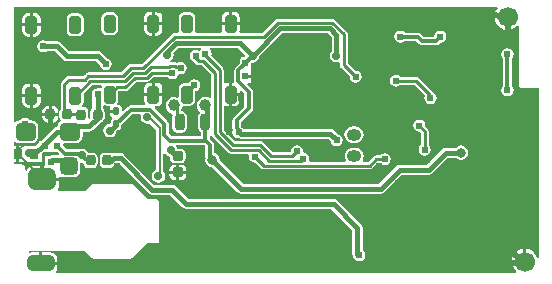
<source format=gbl>
G04 Layer_Physical_Order=2*
G04 Layer_Color=16711680*
%FSLAX25Y25*%
%MOIN*%
G70*
G01*
G75*
%ADD10C,0.01969*%
G04:AMPARAMS|DCode=11|XSize=35.43mil|YSize=31.5mil|CornerRadius=7.87mil|HoleSize=0mil|Usage=FLASHONLY|Rotation=180.000|XOffset=0mil|YOffset=0mil|HoleType=Round|Shape=RoundedRectangle|*
%AMROUNDEDRECTD11*
21,1,0.03543,0.01575,0,0,180.0*
21,1,0.01969,0.03150,0,0,180.0*
1,1,0.01575,-0.00984,0.00787*
1,1,0.01575,0.00984,0.00787*
1,1,0.01575,0.00984,-0.00787*
1,1,0.01575,-0.00984,-0.00787*
%
%ADD11ROUNDEDRECTD11*%
G04:AMPARAMS|DCode=12|XSize=19.69mil|YSize=23.62mil|CornerRadius=4.92mil|HoleSize=0mil|Usage=FLASHONLY|Rotation=180.000|XOffset=0mil|YOffset=0mil|HoleType=Round|Shape=RoundedRectangle|*
%AMROUNDEDRECTD12*
21,1,0.01969,0.01378,0,0,180.0*
21,1,0.00984,0.02362,0,0,180.0*
1,1,0.00984,-0.00492,0.00689*
1,1,0.00984,0.00492,0.00689*
1,1,0.00984,0.00492,-0.00689*
1,1,0.00984,-0.00492,-0.00689*
%
%ADD12ROUNDEDRECTD12*%
G04:AMPARAMS|DCode=15|XSize=35.43mil|YSize=31.5mil|CornerRadius=7.87mil|HoleSize=0mil|Usage=FLASHONLY|Rotation=90.000|XOffset=0mil|YOffset=0mil|HoleType=Round|Shape=RoundedRectangle|*
%AMROUNDEDRECTD15*
21,1,0.03543,0.01575,0,0,90.0*
21,1,0.01969,0.03150,0,0,90.0*
1,1,0.01575,0.00787,0.00984*
1,1,0.01575,0.00787,-0.00984*
1,1,0.01575,-0.00787,-0.00984*
1,1,0.01575,-0.00787,0.00984*
%
%ADD15ROUNDEDRECTD15*%
%ADD18R,0.03150X0.03543*%
%ADD47R,0.01969X0.02362*%
%ADD49C,0.00984*%
%ADD50C,0.00787*%
%ADD51C,0.01181*%
%ADD52C,0.01575*%
%ADD53C,0.01772*%
G04:AMPARAMS|DCode=58|XSize=90.55mil|YSize=70.87mil|CornerRadius=17.72mil|HoleSize=0mil|Usage=FLASHONLY|Rotation=180.000|XOffset=0mil|YOffset=0mil|HoleType=Round|Shape=RoundedRectangle|*
%AMROUNDEDRECTD58*
21,1,0.09055,0.03543,0,0,180.0*
21,1,0.05512,0.07087,0,0,180.0*
1,1,0.03543,-0.02756,0.01772*
1,1,0.03543,0.02756,0.01772*
1,1,0.03543,0.02756,-0.01772*
1,1,0.03543,-0.02756,-0.01772*
%
%ADD58ROUNDEDRECTD58*%
G04:AMPARAMS|DCode=59|XSize=90.55mil|YSize=51.18mil|CornerRadius=12.8mil|HoleSize=0mil|Usage=FLASHONLY|Rotation=180.000|XOffset=0mil|YOffset=0mil|HoleType=Round|Shape=RoundedRectangle|*
%AMROUNDEDRECTD59*
21,1,0.09055,0.02559,0,0,180.0*
21,1,0.06496,0.05118,0,0,180.0*
1,1,0.02559,-0.03248,0.01280*
1,1,0.02559,0.03248,0.01280*
1,1,0.02559,0.03248,-0.01280*
1,1,0.02559,-0.03248,-0.01280*
%
%ADD59ROUNDEDRECTD59*%
%ADD60C,0.03937*%
G04:AMPARAMS|DCode=61|XSize=59.06mil|YSize=59.06mil|CornerRadius=14.76mil|HoleSize=0mil|Usage=FLASHONLY|Rotation=90.000|XOffset=0mil|YOffset=0mil|HoleType=Round|Shape=RoundedRectangle|*
%AMROUNDEDRECTD61*
21,1,0.05906,0.02953,0,0,90.0*
21,1,0.02953,0.05906,0,0,90.0*
1,1,0.02953,0.01476,0.01476*
1,1,0.02953,0.01476,-0.01476*
1,1,0.02953,-0.01476,-0.01476*
1,1,0.02953,-0.01476,0.01476*
%
%ADD61ROUNDEDRECTD61*%
%ADD62C,0.06693*%
%ADD63O,0.04724X0.03937*%
%ADD64C,0.02402*%
%ADD65C,0.03150*%
%ADD66C,0.02756*%
G04:AMPARAMS|DCode=67|XSize=59.06mil|YSize=39.37mil|CornerRadius=9.84mil|HoleSize=0mil|Usage=FLASHONLY|Rotation=270.000|XOffset=0mil|YOffset=0mil|HoleType=Round|Shape=RoundedRectangle|*
%AMROUNDEDRECTD67*
21,1,0.05906,0.01969,0,0,270.0*
21,1,0.03937,0.03937,0,0,270.0*
1,1,0.01969,-0.00984,-0.01969*
1,1,0.01969,-0.00984,0.01969*
1,1,0.01969,0.00984,0.01969*
1,1,0.01969,0.00984,-0.01969*
%
%ADD67ROUNDEDRECTD67*%
G04:AMPARAMS|DCode=68|XSize=59.06mil|YSize=68.9mil|CornerRadius=14.76mil|HoleSize=0mil|Usage=FLASHONLY|Rotation=270.000|XOffset=0mil|YOffset=0mil|HoleType=Round|Shape=RoundedRectangle|*
%AMROUNDEDRECTD68*
21,1,0.05906,0.03937,0,0,270.0*
21,1,0.02953,0.06890,0,0,270.0*
1,1,0.02953,-0.01969,-0.01476*
1,1,0.02953,-0.01969,0.01476*
1,1,0.02953,0.01969,0.01476*
1,1,0.02953,0.01969,-0.01476*
%
%ADD68ROUNDEDRECTD68*%
G04:AMPARAMS|DCode=69|XSize=31.5mil|YSize=55.12mil|CornerRadius=7.87mil|HoleSize=0mil|Usage=FLASHONLY|Rotation=180.000|XOffset=0mil|YOffset=0mil|HoleType=Round|Shape=RoundedRectangle|*
%AMROUNDEDRECTD69*
21,1,0.03150,0.03937,0,0,180.0*
21,1,0.01575,0.05512,0,0,180.0*
1,1,0.01575,-0.00787,0.01969*
1,1,0.01575,0.00787,0.01969*
1,1,0.01575,0.00787,-0.01969*
1,1,0.01575,-0.00787,-0.01969*
%
%ADD69ROUNDEDRECTD69*%
G36*
X162379Y-1503D02*
X161953Y-2058D01*
X161515Y-3115D01*
X161432Y-3750D01*
X165750D01*
Y-4250D01*
X166250D01*
Y-8568D01*
X166885Y-8485D01*
X167942Y-8047D01*
X168850Y-7350D01*
X169023Y-7124D01*
X169497Y-7285D01*
Y-27067D01*
X169573Y-27451D01*
X169790Y-27777D01*
X170116Y-27994D01*
X170500Y-28071D01*
X176162D01*
Y-84479D01*
X175662Y-84578D01*
X175297Y-83696D01*
X174600Y-82788D01*
X173692Y-82092D01*
X172635Y-81654D01*
X172000Y-81570D01*
Y-85888D01*
X171500D01*
Y-86388D01*
X167182D01*
X167265Y-87023D01*
X167703Y-88080D01*
X168400Y-88988D01*
X168512Y-89074D01*
X168351Y-89548D01*
X94587D01*
X94587Y-89548D01*
X15305D01*
X15061Y-89048D01*
X15435Y-88488D01*
X15612Y-87598D01*
Y-86819D01*
X10039D01*
Y-86319D01*
X9539D01*
Y-82715D01*
X6791D01*
X6424Y-82788D01*
X5988Y-82508D01*
X6257Y-82185D01*
X24565D01*
X26751Y-84371D01*
X27077Y-84589D01*
X27362Y-84645D01*
X27657Y-84941D01*
X39961D01*
X40305Y-84596D01*
X40345Y-84589D01*
X40670Y-84371D01*
X45415Y-79626D01*
X49311D01*
X49508Y-79823D01*
Y-65551D01*
X48917Y-64961D01*
X45907D01*
X41261Y-60314D01*
X40935Y-60097D01*
X40551Y-60020D01*
X27559D01*
X27175Y-60097D01*
X26849Y-60314D01*
X24978Y-62186D01*
X15940D01*
X15694Y-61686D01*
X15815Y-61528D01*
X16094Y-60853D01*
X16189Y-60130D01*
Y-58858D01*
X10638D01*
Y-58358D01*
X10138D01*
Y-53791D01*
X7882D01*
X7158Y-53886D01*
X6484Y-54166D01*
X5905Y-54610D01*
X5461Y-55189D01*
X5342Y-55476D01*
X4842Y-55376D01*
Y-54429D01*
X4766Y-54045D01*
X4548Y-53720D01*
X4223Y-53502D01*
X3839Y-53426D01*
X1003D01*
Y-52772D01*
X1961D01*
Y-50000D01*
Y-47228D01*
X1003D01*
Y-45838D01*
X1503Y-45684D01*
X2168Y-46128D01*
X3051Y-46304D01*
X6988D01*
X7871Y-46128D01*
X8620Y-45628D01*
X9121Y-44879D01*
X9296Y-43996D01*
Y-41043D01*
X9121Y-40160D01*
X8620Y-39411D01*
X7871Y-38911D01*
X6988Y-38735D01*
X6461D01*
X6256Y-38429D01*
X5599Y-37989D01*
X4823Y-37835D01*
X4047Y-37989D01*
X3389Y-38429D01*
X3185Y-38735D01*
X3051D01*
X2168Y-38911D01*
X1503Y-39355D01*
X1003Y-39202D01*
Y-1003D01*
X162132D01*
X162379Y-1503D01*
D02*
G37*
%LPC*%
G36*
X14000Y-33947D02*
X13713D01*
Y-36253D01*
X15822D01*
Y-35769D01*
X15684Y-35072D01*
X15289Y-34481D01*
X14697Y-34086D01*
X14000Y-33947D01*
D02*
G37*
G36*
X6500Y-31000D02*
X3993D01*
Y-32469D01*
X4147Y-33243D01*
X4585Y-33899D01*
X5241Y-34338D01*
X6016Y-34492D01*
X6500D01*
Y-31000D01*
D02*
G37*
G36*
X15822Y-37253D02*
X13713D01*
Y-39560D01*
X14000D01*
X14697Y-39421D01*
X15289Y-39026D01*
X15684Y-38435D01*
X15822Y-37738D01*
Y-37253D01*
D02*
G37*
G36*
X12713Y-33947D02*
X12425D01*
X11728Y-34086D01*
X11136Y-34481D01*
X10741Y-35072D01*
X10603Y-35769D01*
Y-36253D01*
X12713D01*
Y-33947D01*
D02*
G37*
G36*
X165646Y-14723D02*
X164870Y-14877D01*
X164212Y-15317D01*
X163773Y-15974D01*
X163619Y-16750D01*
X163773Y-17526D01*
X164212Y-18183D01*
X164241Y-18202D01*
Y-27298D01*
X164212Y-27317D01*
X163773Y-27974D01*
X163619Y-28750D01*
X163773Y-29526D01*
X164212Y-30183D01*
X164870Y-30623D01*
X165646Y-30777D01*
X166421Y-30623D01*
X167079Y-30183D01*
X167518Y-29526D01*
X167673Y-28750D01*
X167518Y-27974D01*
X167079Y-27317D01*
X167051Y-27298D01*
Y-18202D01*
X167079Y-18183D01*
X167518Y-17526D01*
X167673Y-16750D01*
X167518Y-15974D01*
X167079Y-15317D01*
X166421Y-14877D01*
X165646Y-14723D01*
D02*
G37*
G36*
X6500Y-26508D02*
X6016D01*
X5241Y-26662D01*
X4585Y-27101D01*
X4147Y-27757D01*
X3993Y-28532D01*
Y-30000D01*
X6500D01*
Y-26508D01*
D02*
G37*
G36*
X128500Y-23473D02*
X127724Y-23627D01*
X127067Y-24067D01*
X126627Y-24724D01*
X126473Y-25500D01*
X126627Y-26276D01*
X127067Y-26933D01*
X127724Y-27373D01*
X128500Y-27527D01*
X129276Y-27373D01*
X129933Y-26933D01*
X130019Y-26805D01*
X134771D01*
X138253Y-30286D01*
X138127Y-30474D01*
X137973Y-31250D01*
X138127Y-32026D01*
X138567Y-32683D01*
X139224Y-33123D01*
X140000Y-33277D01*
X140776Y-33123D01*
X141433Y-32683D01*
X141873Y-32026D01*
X142027Y-31250D01*
X141873Y-30474D01*
X141433Y-29817D01*
X141174Y-29644D01*
X140922Y-29267D01*
X136233Y-24577D01*
X135810Y-24295D01*
X135311Y-24195D01*
X130019D01*
X129933Y-24067D01*
X129276Y-23627D01*
X128500Y-23473D01*
D02*
G37*
G36*
X10007Y-31000D02*
X7500D01*
Y-34492D01*
X7984D01*
X8759Y-34338D01*
X9415Y-33899D01*
X9853Y-33243D01*
X10007Y-32469D01*
Y-31000D01*
D02*
G37*
G36*
X76433Y-30618D02*
X73925D01*
Y-34110D01*
X74409D01*
X75184Y-33956D01*
X75840Y-33517D01*
X76279Y-32861D01*
X76433Y-32087D01*
Y-30618D01*
D02*
G37*
G36*
X12713Y-37253D02*
X10603D01*
Y-37738D01*
X10741Y-38435D01*
X11136Y-39026D01*
X11728Y-39421D01*
X12425Y-39560D01*
X12713D01*
Y-37253D01*
D02*
G37*
G36*
X171000Y-81570D02*
X170365Y-81654D01*
X169308Y-82092D01*
X168400Y-82788D01*
X167703Y-83696D01*
X167265Y-84754D01*
X167182Y-85388D01*
X171000D01*
Y-81570D01*
D02*
G37*
G36*
X55300Y-56612D02*
X52993D01*
Y-56899D01*
X53132Y-57597D01*
X53527Y-58188D01*
X54118Y-58583D01*
X54816Y-58722D01*
X55300D01*
Y-56612D01*
D02*
G37*
G36*
X13287Y-82715D02*
X10539D01*
Y-85819D01*
X15612D01*
Y-85039D01*
X15435Y-84150D01*
X14931Y-83396D01*
X14177Y-82892D01*
X13287Y-82715D01*
D02*
G37*
G36*
X32972Y-49477D02*
X31398D01*
X30783Y-49599D01*
X30262Y-49947D01*
X29914Y-50468D01*
X29792Y-51083D01*
Y-53051D01*
X29914Y-53666D01*
X30262Y-54187D01*
X30783Y-54535D01*
X31398Y-54657D01*
X32972D01*
X33587Y-54535D01*
X34108Y-54187D01*
X34456Y-53666D01*
X34460Y-53644D01*
X34690Y-53490D01*
X35125Y-53055D01*
X36075D01*
X46063Y-63043D01*
X46617Y-63413D01*
X47270Y-63543D01*
X53132D01*
X57320Y-67731D01*
X57873Y-68101D01*
X58526Y-68230D01*
X106982D01*
X113957Y-75206D01*
Y-83163D01*
X114087Y-83816D01*
X114299Y-84133D01*
X114377Y-84526D01*
X114817Y-85183D01*
X115474Y-85623D01*
X116250Y-85777D01*
X117026Y-85623D01*
X117683Y-85183D01*
X118123Y-84526D01*
X118277Y-83750D01*
X118123Y-82974D01*
X117683Y-82317D01*
X117369Y-82107D01*
Y-74499D01*
X117239Y-73847D01*
X116870Y-73293D01*
X108895Y-65318D01*
X108341Y-64948D01*
X107688Y-64818D01*
X59233D01*
X55045Y-60630D01*
X54491Y-60260D01*
X53839Y-60131D01*
X47976D01*
X37988Y-50143D01*
X37435Y-49773D01*
X36782Y-49643D01*
X34419D01*
X33828Y-49760D01*
X33587Y-49599D01*
X32972Y-49477D01*
D02*
G37*
G36*
X58607Y-56612D02*
X56300D01*
Y-58722D01*
X56784D01*
X57482Y-58583D01*
X58073Y-58188D01*
X58468Y-57597D01*
X58607Y-56899D01*
Y-56612D01*
D02*
G37*
G36*
X136250Y-38473D02*
X135474Y-38627D01*
X134817Y-39067D01*
X134377Y-39724D01*
X134223Y-40500D01*
X134377Y-41276D01*
X134817Y-41933D01*
X135474Y-42373D01*
X136250Y-42527D01*
X136402Y-42497D01*
X136752Y-42847D01*
Y-46981D01*
X136623Y-47067D01*
X136184Y-47724D01*
X136029Y-48500D01*
X136184Y-49276D01*
X136623Y-49933D01*
X137281Y-50373D01*
X138056Y-50527D01*
X138832Y-50373D01*
X139490Y-49933D01*
X139929Y-49276D01*
X140084Y-48500D01*
X139929Y-47724D01*
X139490Y-47067D01*
X139361Y-46981D01*
Y-42306D01*
X139262Y-41807D01*
X138979Y-41384D01*
X138247Y-40652D01*
X138277Y-40500D01*
X138123Y-39724D01*
X137683Y-39067D01*
X137026Y-38627D01*
X136250Y-38473D01*
D02*
G37*
G36*
X114894Y-40720D02*
X114106D01*
X113387Y-40815D01*
X112716Y-41093D01*
X112141Y-41535D01*
X111699Y-42110D01*
X111421Y-42781D01*
X111327Y-43500D01*
X111421Y-44219D01*
X111699Y-44890D01*
X112141Y-45465D01*
X112716Y-45907D01*
X113387Y-46185D01*
X114106Y-46280D01*
X114894D01*
X115613Y-46185D01*
X116284Y-45907D01*
X116859Y-45465D01*
X117301Y-44890D01*
X117579Y-44219D01*
X117673Y-43500D01*
X117579Y-42781D01*
X117301Y-42110D01*
X116859Y-41535D01*
X116284Y-41093D01*
X115613Y-40815D01*
X114894Y-40720D01*
D02*
G37*
G36*
X55300Y-53502D02*
X54816D01*
X54118Y-53641D01*
X53527Y-54036D01*
X53132Y-54627D01*
X52993Y-55324D01*
Y-55612D01*
X55300D01*
Y-53502D01*
D02*
G37*
G36*
X56784D02*
X56300D01*
Y-55612D01*
X58607D01*
Y-55324D01*
X58468Y-54627D01*
X58073Y-54036D01*
X57482Y-53641D01*
X56784Y-53502D01*
D02*
G37*
G36*
X7984Y-26508D02*
X7500D01*
Y-30000D01*
X10007D01*
Y-28532D01*
X9853Y-27757D01*
X9415Y-27101D01*
X8759Y-26662D01*
X7984Y-26508D01*
D02*
G37*
G36*
X165250Y-4750D02*
X161432D01*
X161515Y-5385D01*
X161953Y-6442D01*
X162650Y-7350D01*
X163558Y-8047D01*
X164615Y-8485D01*
X165250Y-8568D01*
Y-4750D01*
D02*
G37*
G36*
X6500Y-2886D02*
X6016D01*
X5241Y-3040D01*
X4585Y-3479D01*
X4147Y-4135D01*
X3993Y-4909D01*
Y-6378D01*
X6500D01*
Y-2886D01*
D02*
G37*
G36*
X34006Y-2721D02*
X32037D01*
X31346Y-2859D01*
X30760Y-3250D01*
X30369Y-3836D01*
X30231Y-4528D01*
Y-8465D01*
X30369Y-9156D01*
X30760Y-9742D01*
X31346Y-10133D01*
X32037Y-10271D01*
X34006D01*
X34697Y-10133D01*
X35283Y-9742D01*
X35675Y-9156D01*
X35812Y-8465D01*
Y-4528D01*
X35675Y-3836D01*
X35283Y-3250D01*
X34697Y-2859D01*
X34006Y-2721D01*
D02*
G37*
G36*
X47089Y-6996D02*
X44581D01*
Y-8465D01*
X44735Y-9239D01*
X45174Y-9895D01*
X45830Y-10334D01*
X46604Y-10488D01*
X47089D01*
Y-6996D01*
D02*
G37*
G36*
X50596D02*
X48089D01*
Y-10488D01*
X48573D01*
X49347Y-10334D01*
X50003Y-9895D01*
X50442Y-9239D01*
X50596Y-8465D01*
Y-6996D01*
D02*
G37*
G36*
X47089Y-2504D02*
X46604D01*
X45830Y-2658D01*
X45174Y-3097D01*
X44735Y-3753D01*
X44581Y-4528D01*
Y-5996D01*
X47089D01*
Y-2504D01*
D02*
G37*
G36*
X48573D02*
X48089D01*
Y-5996D01*
X50596D01*
Y-4528D01*
X50442Y-3753D01*
X50003Y-3097D01*
X49347Y-2658D01*
X48573Y-2504D01*
D02*
G37*
G36*
X74409D02*
X73925D01*
Y-5996D01*
X76433D01*
Y-4528D01*
X76279Y-3753D01*
X75840Y-3097D01*
X75184Y-2658D01*
X74409Y-2504D01*
D02*
G37*
G36*
X7984Y-2886D02*
X7500D01*
Y-6378D01*
X10007D01*
Y-4909D01*
X9853Y-4135D01*
X9415Y-3479D01*
X8759Y-3040D01*
X7984Y-2886D01*
D02*
G37*
G36*
X72925Y-2504D02*
X72441D01*
X71667Y-2658D01*
X71010Y-3097D01*
X70572Y-3753D01*
X70418Y-4528D01*
Y-5996D01*
X72925D01*
Y-2504D01*
D02*
G37*
G36*
X22551Y-3103D02*
X20583D01*
X19891Y-3241D01*
X19305Y-3632D01*
X18914Y-4218D01*
X18776Y-4909D01*
Y-8846D01*
X18914Y-9538D01*
X19305Y-10124D01*
X19891Y-10515D01*
X20583Y-10653D01*
X22551D01*
X23242Y-10515D01*
X23829Y-10124D01*
X24220Y-9538D01*
X24358Y-8846D01*
Y-4909D01*
X24220Y-4218D01*
X23829Y-3632D01*
X23242Y-3241D01*
X22551Y-3103D01*
D02*
G37*
G36*
X11000Y-12048D02*
X10224Y-12202D01*
X9567Y-12641D01*
X9127Y-13299D01*
X8973Y-14075D01*
X9127Y-14851D01*
X9567Y-15508D01*
X10224Y-15948D01*
X11000Y-16102D01*
X11776Y-15948D01*
X12025Y-15781D01*
X14868D01*
X17544Y-18456D01*
X18097Y-18826D01*
X18750Y-18956D01*
X28335D01*
X29860Y-20481D01*
X29919Y-20776D01*
X30358Y-21433D01*
X31016Y-21873D01*
X31791Y-22027D01*
X32567Y-21873D01*
X33225Y-21433D01*
X33664Y-20776D01*
X33819Y-20000D01*
X33664Y-19224D01*
X33225Y-18567D01*
X32567Y-18127D01*
X32273Y-18069D01*
X30248Y-16044D01*
X29694Y-15674D01*
X29041Y-15544D01*
X19457D01*
X16781Y-12868D01*
X16228Y-12499D01*
X15575Y-12369D01*
X12025D01*
X11776Y-12202D01*
X11000Y-12048D01*
D02*
G37*
G36*
X59842Y-2721D02*
X57874D01*
X57183Y-2859D01*
X56597Y-3250D01*
X56205Y-3836D01*
X56068Y-4528D01*
Y-8465D01*
X56172Y-8990D01*
X55873Y-9490D01*
X54846D01*
X54347Y-9589D01*
X53924Y-9872D01*
X43784Y-20012D01*
X40250D01*
X39750Y-20112D01*
X39327Y-20394D01*
X37026Y-22695D01*
X25993D01*
X25493Y-22795D01*
X25070Y-23077D01*
X24202Y-23945D01*
X19508D01*
X19009Y-24045D01*
X18585Y-24328D01*
X17077Y-25835D01*
X16795Y-26259D01*
X16695Y-26758D01*
Y-34793D01*
X16454Y-35155D01*
X16331Y-35769D01*
Y-37738D01*
X16454Y-38352D01*
X16802Y-38873D01*
Y-38998D01*
X16183Y-39411D01*
X15683Y-40160D01*
X15549Y-40834D01*
X14997Y-40944D01*
X14443Y-41313D01*
X10486Y-45271D01*
X10469Y-45274D01*
X10173Y-45472D01*
X9646D01*
Y-45914D01*
X8119Y-47441D01*
X6928D01*
X6898Y-47421D01*
X6053Y-47253D01*
X5535Y-47356D01*
X5035Y-47228D01*
Y-47228D01*
X2961D01*
Y-50000D01*
Y-52772D01*
X5035D01*
Y-52406D01*
X5535Y-52097D01*
X5610Y-52135D01*
Y-52559D01*
X10335D01*
Y-50050D01*
X10976Y-49409D01*
X13083D01*
X13189Y-49409D01*
Y-49409D01*
X13583D01*
Y-49409D01*
X15828D01*
X16318Y-49899D01*
X16126Y-50361D01*
X13780D01*
X13127Y-50491D01*
X12977Y-50591D01*
X11614D01*
Y-53791D01*
X11138D01*
Y-57858D01*
X16189D01*
Y-57520D01*
X16689Y-57252D01*
X17129Y-57546D01*
X18012Y-57722D01*
X20965D01*
X21848Y-57546D01*
X22597Y-57046D01*
X23097Y-56297D01*
X23273Y-55413D01*
Y-52896D01*
X23659Y-52579D01*
X23819Y-52611D01*
X23828Y-52609D01*
X24280Y-52964D01*
Y-53051D01*
X24402Y-53666D01*
X24750Y-54187D01*
X25271Y-54535D01*
X25886Y-54657D01*
X27461D01*
X28075Y-54535D01*
X28596Y-54187D01*
X28944Y-53666D01*
X29066Y-53051D01*
Y-51083D01*
X28944Y-50468D01*
X28596Y-49947D01*
X28075Y-49599D01*
X27461Y-49477D01*
X25886D01*
X25814Y-49491D01*
X25380Y-48842D01*
X24664Y-48364D01*
X23819Y-48195D01*
X22974Y-48364D01*
X22936Y-48389D01*
X18781D01*
X17364Y-46972D01*
X17376Y-46708D01*
X17815Y-46304D01*
X21752D01*
X22635Y-46128D01*
X23384Y-45628D01*
X23884Y-44879D01*
X24060Y-43996D01*
Y-42456D01*
X26250D01*
X26903Y-42326D01*
X27456Y-41956D01*
X30059Y-39354D01*
X30437Y-39279D01*
X30958Y-38931D01*
X31306Y-38410D01*
X31429Y-37795D01*
Y-35827D01*
X31306Y-35212D01*
X30958Y-34691D01*
X30741Y-34547D01*
Y-33953D01*
X31241Y-33685D01*
X31346Y-33755D01*
X32037Y-33893D01*
X33029D01*
X33296Y-34393D01*
X33240Y-34477D01*
X33124Y-35059D01*
Y-35248D01*
X35138D01*
Y-36248D01*
X33124D01*
Y-36437D01*
X33240Y-37019D01*
X33570Y-37513D01*
X33888Y-37725D01*
X33930Y-38254D01*
X33916Y-38299D01*
X33723Y-38428D01*
X33440Y-38851D01*
X33341Y-39350D01*
Y-39542D01*
X32914Y-39969D01*
X32324Y-40086D01*
X31608Y-40565D01*
X31130Y-41281D01*
X30961Y-42126D01*
X31130Y-42971D01*
X31608Y-43687D01*
X32324Y-44166D01*
X33169Y-44334D01*
X34014Y-44166D01*
X34730Y-43687D01*
X35209Y-42971D01*
X35326Y-42382D01*
X35686Y-42022D01*
X36129Y-41934D01*
X36552Y-41651D01*
X36835Y-41228D01*
X36935Y-40728D01*
Y-40229D01*
X40629Y-36535D01*
X43191D01*
X43497Y-37035D01*
X43365Y-37699D01*
X43533Y-38544D01*
X44012Y-39260D01*
X44728Y-39738D01*
X45573Y-39906D01*
X46323Y-39757D01*
X48500Y-41935D01*
Y-55240D01*
X48469Y-55247D01*
X47752Y-55725D01*
X47274Y-56441D01*
X47106Y-57286D01*
X47274Y-58131D01*
X47752Y-58847D01*
X48469Y-59326D01*
X49313Y-59494D01*
X50158Y-59326D01*
X50875Y-58847D01*
X51353Y-58131D01*
X51521Y-57286D01*
X51353Y-56441D01*
X50909Y-55777D01*
Y-49869D01*
X51409Y-49717D01*
X51788Y-50284D01*
X52504Y-50763D01*
X53139Y-50889D01*
X53210Y-50960D01*
Y-51387D01*
X53332Y-52002D01*
X53680Y-52523D01*
X54201Y-52871D01*
X54816Y-52993D01*
X56784D01*
X57399Y-52871D01*
X57920Y-52523D01*
X58268Y-52002D01*
X58390Y-51387D01*
Y-49813D01*
X58268Y-49198D01*
X57920Y-48677D01*
X57399Y-48329D01*
X56784Y-48207D01*
X55454D01*
X55389Y-47878D01*
X55054Y-47377D01*
X55316Y-46877D01*
X64272D01*
X64986Y-47591D01*
Y-51036D01*
X65045Y-51331D01*
X64918Y-51971D01*
X65101Y-52893D01*
X65623Y-53674D01*
X66404Y-54196D01*
X67321Y-54378D01*
X75665Y-62722D01*
X76218Y-63092D01*
X76871Y-63222D01*
X123435D01*
X124088Y-63092D01*
X124641Y-62722D01*
X130471Y-56893D01*
X139413D01*
X140066Y-56763D01*
X140619Y-56393D01*
X145806Y-51206D01*
X148551D01*
X149328Y-51725D01*
X150250Y-51908D01*
X151172Y-51725D01*
X151953Y-51203D01*
X152475Y-50422D01*
X152658Y-49500D01*
X152475Y-48578D01*
X151953Y-47797D01*
X151172Y-47275D01*
X150250Y-47091D01*
X149328Y-47275D01*
X148551Y-47794D01*
X145099D01*
X144447Y-47924D01*
X143893Y-48294D01*
X138706Y-53481D01*
X129764D01*
X129111Y-53610D01*
X128558Y-53980D01*
X122728Y-59810D01*
X77578D01*
X69734Y-51966D01*
X69551Y-51049D01*
X69029Y-50268D01*
X68248Y-49746D01*
X67796Y-49656D01*
Y-47010D01*
X67689Y-46472D01*
X67385Y-46016D01*
X66405Y-45036D01*
Y-43350D01*
X66905Y-43301D01*
X66977Y-43665D01*
X67260Y-44088D01*
X72655Y-49483D01*
X73079Y-49766D01*
X73578Y-49866D01*
X79220D01*
X79572Y-50366D01*
X79473Y-50864D01*
X79627Y-51640D01*
X80067Y-52298D01*
X80724Y-52737D01*
X81500Y-52891D01*
X81652Y-52861D01*
X83506Y-54715D01*
X83930Y-54998D01*
X84429Y-55098D01*
X119707D01*
X120206Y-54998D01*
X120630Y-54715D01*
X122333Y-53012D01*
X123198D01*
X123315Y-53187D01*
X123973Y-53626D01*
X124748Y-53781D01*
X125524Y-53626D01*
X126182Y-53187D01*
X126621Y-52529D01*
X126776Y-51754D01*
X126621Y-50978D01*
X126182Y-50320D01*
X125524Y-49881D01*
X124748Y-49726D01*
X123973Y-49881D01*
X123315Y-50320D01*
X123260Y-50402D01*
X121793D01*
X121294Y-50502D01*
X120870Y-50785D01*
X119167Y-52488D01*
X117612D01*
X117405Y-51988D01*
X117646Y-51408D01*
X117740Y-50689D01*
X117646Y-49970D01*
X117368Y-49299D01*
X116926Y-48724D01*
X116350Y-48282D01*
X115680Y-48004D01*
X114961Y-47909D01*
X114173D01*
X113454Y-48004D01*
X112783Y-48282D01*
X112208Y-48724D01*
X111766Y-49299D01*
X111488Y-49970D01*
X111394Y-50689D01*
X111488Y-51408D01*
X111729Y-51988D01*
X111522Y-52488D01*
X99786D01*
X99430Y-51988D01*
X99527Y-51500D01*
X99373Y-50724D01*
X98933Y-50067D01*
X98276Y-49627D01*
X97926Y-49558D01*
X97527Y-49000D01*
X97373Y-48224D01*
X96933Y-47567D01*
X96276Y-47127D01*
X95500Y-46973D01*
X94724Y-47127D01*
X94067Y-47567D01*
X93627Y-48224D01*
X93473Y-49000D01*
X93060Y-49320D01*
X87515D01*
X84183Y-45987D01*
X83759Y-45704D01*
X83260Y-45605D01*
X74707D01*
X71071Y-41969D01*
Y-39397D01*
X71055Y-39312D01*
Y-34077D01*
X71496Y-33841D01*
X71667Y-33956D01*
X72441Y-34110D01*
X72925D01*
Y-30118D01*
Y-26127D01*
X72441D01*
X71667Y-26281D01*
X71496Y-26395D01*
X71055Y-26159D01*
Y-22000D01*
X70955Y-21501D01*
X70673Y-21078D01*
X66872Y-17277D01*
X66873Y-17276D01*
X67027Y-16500D01*
X66873Y-15724D01*
X66460Y-15106D01*
X66505Y-14910D01*
X66644Y-14606D01*
X75835D01*
X78285Y-17056D01*
X78288Y-17299D01*
X77816Y-17777D01*
X76478D01*
Y-19535D01*
X75007Y-21007D01*
X74702Y-21462D01*
X74595Y-22000D01*
Y-25654D01*
X74538Y-25799D01*
X74160Y-26127D01*
X73925D01*
Y-29618D01*
X76433D01*
Y-28822D01*
X76894Y-28631D01*
X77986Y-29723D01*
Y-34152D01*
X74375Y-37763D01*
X74070Y-38219D01*
X73963Y-38757D01*
Y-41237D01*
X74070Y-41774D01*
X74166Y-41918D01*
X74129Y-41974D01*
X73974Y-42750D01*
X74129Y-43526D01*
X74568Y-44183D01*
X75226Y-44623D01*
X76002Y-44777D01*
X76348Y-44708D01*
X76385Y-44733D01*
X77000Y-44856D01*
X105961D01*
X106783Y-45678D01*
X106877Y-46150D01*
X107317Y-46807D01*
X107974Y-47247D01*
X108750Y-47401D01*
X109526Y-47247D01*
X110183Y-46807D01*
X110623Y-46150D01*
X110777Y-45374D01*
X110623Y-44598D01*
X110183Y-43941D01*
X109526Y-43501D01*
X109054Y-43407D01*
X107761Y-42115D01*
X107240Y-41767D01*
X106626Y-41644D01*
X106626Y-41644D01*
X77654D01*
X77435Y-41317D01*
X77171Y-41140D01*
X76995Y-40877D01*
X76773Y-40655D01*
Y-39339D01*
X80385Y-35727D01*
X80689Y-35271D01*
X80796Y-34734D01*
Y-29141D01*
X80689Y-28603D01*
X80385Y-28148D01*
X78918Y-26680D01*
X79109Y-26219D01*
X80234D01*
Y-24537D01*
X78250D01*
Y-23537D01*
X80234D01*
Y-21856D01*
X80234D01*
X80022Y-21714D01*
Y-19965D01*
X80566Y-19421D01*
X80750Y-19458D01*
X81595Y-19290D01*
X82311Y-18811D01*
X82790Y-18095D01*
X82942Y-17329D01*
X90623Y-9648D01*
X105802D01*
X107061Y-10907D01*
Y-15731D01*
X106627Y-16380D01*
X106459Y-17225D01*
X106627Y-18070D01*
X107106Y-18786D01*
X107822Y-19265D01*
X108667Y-19433D01*
X109332Y-19301D01*
X109832Y-19606D01*
Y-20286D01*
X109932Y-20785D01*
X110214Y-21208D01*
X113068Y-24062D01*
X113038Y-24214D01*
X113192Y-24990D01*
X113631Y-25647D01*
X114289Y-26087D01*
X115065Y-26241D01*
X115840Y-26087D01*
X116498Y-25647D01*
X116937Y-24990D01*
X117092Y-24214D01*
X116937Y-23438D01*
X116498Y-22780D01*
X115840Y-22341D01*
X115065Y-22187D01*
X114913Y-22217D01*
X112441Y-19746D01*
Y-10054D01*
X112342Y-9554D01*
X112059Y-9131D01*
X108168Y-5240D01*
X107745Y-4957D01*
X107246Y-4858D01*
X89179D01*
X88680Y-4957D01*
X88257Y-5240D01*
X84007Y-9490D01*
X76666D01*
X76328Y-8990D01*
X76433Y-8465D01*
Y-6996D01*
X73425D01*
X70418D01*
Y-8465D01*
X70522Y-8990D01*
X70184Y-9490D01*
X61844D01*
X61544Y-8990D01*
X61649Y-8465D01*
Y-4528D01*
X61511Y-3836D01*
X61120Y-3250D01*
X60534Y-2859D01*
X59842Y-2721D01*
D02*
G37*
G36*
X6500Y-7378D02*
X3993D01*
Y-8846D01*
X4147Y-9621D01*
X4585Y-10277D01*
X5241Y-10716D01*
X6016Y-10870D01*
X6500D01*
Y-7378D01*
D02*
G37*
G36*
X143280Y-8827D02*
X142504Y-8981D01*
X141846Y-9421D01*
X141407Y-10079D01*
X141254Y-10845D01*
X137832D01*
X136848Y-9861D01*
X136392Y-9556D01*
X135854Y-9449D01*
X131452D01*
X131433Y-9421D01*
X130776Y-8981D01*
X130000Y-8827D01*
X129224Y-8981D01*
X128567Y-9421D01*
X128127Y-10079D01*
X127973Y-10854D01*
X128127Y-11630D01*
X128567Y-12288D01*
X129224Y-12727D01*
X130000Y-12881D01*
X130776Y-12727D01*
X131433Y-12288D01*
X131452Y-12259D01*
X135272D01*
X136257Y-13243D01*
X136712Y-13548D01*
X137250Y-13655D01*
X141884D01*
X142421Y-13548D01*
X142877Y-13243D01*
X143246Y-12875D01*
X143280Y-12881D01*
X144055Y-12727D01*
X144713Y-12288D01*
X145152Y-11630D01*
X145307Y-10854D01*
X145152Y-10079D01*
X144713Y-9421D01*
X144055Y-8981D01*
X143280Y-8827D01*
D02*
G37*
G36*
X10007Y-7378D02*
X7500D01*
Y-10870D01*
X7984D01*
X8759Y-10716D01*
X9415Y-10277D01*
X9853Y-9621D01*
X10007Y-8846D01*
Y-7378D01*
D02*
G37*
%LPD*%
G36*
X30454Y-27330D02*
X30369Y-27458D01*
X30291Y-27847D01*
X29874Y-28090D01*
X29757Y-28115D01*
X29746Y-28114D01*
X29035Y-27973D01*
X28260Y-28127D01*
X27602Y-28567D01*
X27163Y-29224D01*
X27008Y-30000D01*
X27163Y-30776D01*
X27329Y-31025D01*
Y-34547D01*
X27113Y-34691D01*
X26765Y-35212D01*
X26642Y-35827D01*
Y-37795D01*
X26667Y-37920D01*
X26336Y-38252D01*
X25875Y-38005D01*
X25917Y-37795D01*
Y-35827D01*
X25795Y-35212D01*
X25446Y-34691D01*
X24926Y-34343D01*
X24311Y-34221D01*
X24017D01*
X23874Y-33860D01*
X23845Y-33721D01*
X24220Y-33160D01*
X24358Y-32469D01*
Y-29721D01*
X27189Y-26889D01*
X30219D01*
X30454Y-27330D01*
D02*
G37*
G36*
X63495Y-14910D02*
X63496Y-14913D01*
X63182Y-15398D01*
X62701Y-15497D01*
X62490Y-15356D01*
X61714Y-15202D01*
X60938Y-15356D01*
X60280Y-15796D01*
X59841Y-16453D01*
X59687Y-17229D01*
X59841Y-18005D01*
X60280Y-18662D01*
X60938Y-19102D01*
X61024Y-19119D01*
X61827Y-19922D01*
X62251Y-20205D01*
X62750Y-20305D01*
X63760D01*
X66861Y-23406D01*
Y-31139D01*
X66413Y-31360D01*
X66390Y-31343D01*
X65719Y-31065D01*
X65000Y-30970D01*
X64281Y-31065D01*
X63610Y-31343D01*
X63034Y-31784D01*
X62593Y-32360D01*
X62315Y-33031D01*
X62220Y-33750D01*
X62315Y-34469D01*
X62593Y-35140D01*
X62962Y-35622D01*
X63077Y-36146D01*
X62729Y-36667D01*
X62607Y-37282D01*
Y-41219D01*
X62729Y-41833D01*
X63077Y-42354D01*
X63595Y-42700D01*
Y-44067D01*
X53732D01*
X52694Y-43030D01*
Y-39782D01*
X52587Y-39244D01*
X52282Y-38789D01*
X48103Y-34610D01*
X48311Y-34110D01*
X48573D01*
X49347Y-33956D01*
X50003Y-33517D01*
X50442Y-32861D01*
X50596Y-32087D01*
Y-30618D01*
X47589D01*
X44581D01*
Y-32087D01*
X44735Y-32861D01*
X44979Y-33225D01*
X44711Y-33725D01*
X40047D01*
X39509Y-33832D01*
X39053Y-34137D01*
X37613Y-35577D01*
X37151Y-35386D01*
Y-35059D01*
X37036Y-34477D01*
X36706Y-33983D01*
X36212Y-33654D01*
X35752Y-33562D01*
X35557Y-33255D01*
X35501Y-33038D01*
X35675Y-32778D01*
X35812Y-32087D01*
Y-29173D01*
X35930Y-29055D01*
X38297D01*
X38797Y-28955D01*
X39220Y-28673D01*
X42102Y-25790D01*
X45636D01*
X46136Y-25691D01*
X46559Y-25408D01*
X47662Y-24305D01*
X52481D01*
X52567Y-24433D01*
X53224Y-24873D01*
X54000Y-25027D01*
X54776Y-24873D01*
X55433Y-24433D01*
X55873Y-23776D01*
X56002Y-23128D01*
X56750Y-23277D01*
X57526Y-23123D01*
X58183Y-22683D01*
X58623Y-22026D01*
X58777Y-21250D01*
X58623Y-20474D01*
X58183Y-19817D01*
X57526Y-19377D01*
X56750Y-19223D01*
X55974Y-19377D01*
X55618Y-19615D01*
X55449Y-19502D01*
X54950Y-19402D01*
X53452D01*
X53300Y-18902D01*
X53811Y-18561D01*
X54290Y-17845D01*
X54458Y-17000D01*
X54310Y-16259D01*
X55964Y-14606D01*
X63357D01*
X63495Y-14910D01*
D02*
G37*
%LPC*%
G36*
X47089Y-26127D02*
X46604D01*
X45830Y-26281D01*
X45174Y-26719D01*
X44735Y-27375D01*
X44581Y-28150D01*
Y-29618D01*
X47089D01*
Y-26127D01*
D02*
G37*
G36*
X48573D02*
X48089D01*
Y-29618D01*
X50596D01*
Y-28150D01*
X50442Y-27375D01*
X50003Y-26719D01*
X49347Y-26281D01*
X48573Y-26127D01*
D02*
G37*
G36*
X61250Y-24973D02*
X60474Y-25127D01*
X59817Y-25567D01*
X59377Y-26224D01*
X59354Y-26343D01*
X57874D01*
X57183Y-26481D01*
X56597Y-26872D01*
X56205Y-27458D01*
X56068Y-28150D01*
Y-30875D01*
X55568Y-31209D01*
X55219Y-31065D01*
X54500Y-30970D01*
X53781Y-31065D01*
X53110Y-31343D01*
X52535Y-31784D01*
X52093Y-32360D01*
X51815Y-33031D01*
X51720Y-33750D01*
X51815Y-34469D01*
X52093Y-35140D01*
X52535Y-35715D01*
X53110Y-36157D01*
X53656Y-36383D01*
X53801Y-36483D01*
X54008Y-36969D01*
X53945Y-37282D01*
Y-41219D01*
X54068Y-41833D01*
X54416Y-42354D01*
X54937Y-42702D01*
X55551Y-42824D01*
X57126D01*
X57740Y-42702D01*
X58261Y-42354D01*
X58609Y-41833D01*
X58732Y-41219D01*
Y-37282D01*
X58609Y-36667D01*
X58261Y-36146D01*
X57740Y-35798D01*
X57126Y-35676D01*
X57032D01*
X56880Y-35176D01*
X56907Y-35140D01*
X57185Y-34469D01*
X57229Y-34137D01*
X57635Y-33845D01*
X57874Y-33893D01*
X59842D01*
X60534Y-33755D01*
X61120Y-33364D01*
X61511Y-32778D01*
X61649Y-32087D01*
Y-28948D01*
X62026Y-28873D01*
X62683Y-28433D01*
X63123Y-27776D01*
X63277Y-27000D01*
X63123Y-26224D01*
X62683Y-25567D01*
X62026Y-25127D01*
X61250Y-24973D01*
D02*
G37*
%LPD*%
D10*
X166000Y-82000D02*
X171500Y-85888D01*
X171000Y-87000D02*
X171500Y-85888D01*
X161000Y-87000D02*
X171500Y-85888D01*
X165750Y-4250D02*
X166000Y-8500D01*
X161000Y-3500D02*
X165750Y-4250D01*
D11*
X55800Y-50600D02*
D03*
Y-56112D02*
D03*
D12*
X35138Y-40039D02*
D03*
Y-35748D02*
D03*
D15*
X13213Y-36753D02*
D03*
X18724D02*
D03*
X26673Y-52067D02*
D03*
X32185D02*
D03*
X23524Y-36811D02*
D03*
X29035D02*
D03*
D18*
X7972Y-50000D02*
D03*
X2461D02*
D03*
D47*
X78250Y-24037D02*
D03*
Y-19746D02*
D03*
X11417Y-47441D02*
D03*
X15354D02*
D03*
X13386Y-52559D02*
D03*
D49*
X89179Y-6163D02*
X107246D01*
X84548Y-10794D02*
X89179Y-6163D01*
X111137Y-20286D02*
Y-10054D01*
X107246Y-6163D02*
X111137Y-10054D01*
X54846Y-10794D02*
X84548D01*
X111137Y-20286D02*
X115065Y-24214D01*
X44324Y-21317D02*
X54846Y-10794D01*
X68183Y-43166D02*
X73578Y-48561D01*
X69767Y-42510D02*
X74167Y-46909D01*
X119707Y-53793D02*
X121793Y-51707D01*
X24743Y-25250D02*
X25993Y-24000D01*
X19508Y-25250D02*
X24743D01*
X21733Y-30500D02*
X26649Y-25584D01*
X21567Y-30500D02*
X21733D01*
X26649Y-25584D02*
X38223D01*
X25993Y-24000D02*
X37567D01*
X54500Y-33750D02*
X55500Y-34750D01*
Y-38411D02*
Y-34750D01*
Y-38411D02*
X56339Y-39250D01*
X58858Y-30118D02*
Y-29392D01*
X61250Y-27000D01*
X33022Y-30118D02*
X35390Y-27750D01*
X138056Y-48500D02*
Y-42306D01*
X136250Y-40500D02*
X138056Y-42306D01*
X18724Y-36753D02*
X23466D01*
X23524Y-36811D01*
X18000Y-36029D02*
X18724Y-36753D01*
X18000Y-36029D02*
Y-26758D01*
X128500Y-25500D02*
X135311D01*
X61500Y-17750D02*
X62750Y-19000D01*
X64300D01*
X64750Y-17000D02*
X65000Y-16750D01*
Y-16500D01*
X95250Y-49000D02*
X95500D01*
X135311Y-25500D02*
X140000Y-30189D01*
Y-31250D02*
Y-30189D01*
X61500Y-17750D02*
X61714Y-17536D01*
Y-17229D01*
X18000Y-26758D02*
X19508Y-25250D01*
X47122Y-23000D02*
X54000D01*
X35390Y-27750D02*
X38297D01*
X56425Y-20925D02*
X56750Y-21250D01*
X52832Y-20925D02*
X53050Y-20707D01*
X54950D01*
X55168Y-20925D01*
X56425D01*
X64750Y-17000D02*
X69750Y-22000D01*
X64300Y-19000D02*
X68166Y-22866D01*
X124748Y-51767D02*
X125033Y-52052D01*
X124748Y-51767D02*
Y-51754D01*
X123700Y-51707D02*
X123709Y-51717D01*
X124758D01*
X121793Y-51707D02*
X123700D01*
X68183Y-43166D02*
Y-40053D01*
X68166Y-40036D02*
X68183Y-40053D01*
X68166Y-40036D02*
Y-22866D01*
X69767Y-42510D02*
Y-39397D01*
X69750Y-39380D02*
X69767Y-39397D01*
X69750Y-39380D02*
Y-22000D01*
X46956Y-20925D02*
X52832D01*
X81500Y-50864D02*
X81636Y-51000D01*
X81818Y-51182D01*
X84429Y-53793D01*
X119707D01*
X73578Y-48561D02*
X82671D01*
X86319Y-52209D01*
X96791D01*
X97500Y-51500D01*
X74167Y-46909D02*
X83260D01*
X86975Y-50624D01*
X93876D01*
X95500Y-49000D01*
X37567Y-24000D02*
X40250Y-21317D01*
X38223Y-25584D02*
X40906Y-22901D01*
X38297Y-27750D02*
X41562Y-24485D01*
X45636D02*
X47122Y-23000D01*
X40250Y-21317D02*
X44324D01*
X40906Y-22901D02*
X44980D01*
X46956Y-20925D01*
X41562Y-24485D02*
X45636D01*
D50*
X49313Y-57286D02*
X49705Y-56895D01*
X45671Y-37403D02*
X49705Y-41437D01*
Y-56895D02*
Y-41437D01*
X8011Y-46466D02*
X9458Y-45019D01*
Y-44676D01*
X11319Y-42815D01*
X2461Y-50000D02*
X2657D01*
X10138Y-57480D01*
X2165Y-50000D02*
X2461D01*
X2657D02*
X2664D01*
X10138Y-57480D02*
Y-53150D01*
X10335Y-52953D01*
Y-52559D01*
X2664Y-50000D02*
Y-48518D01*
X4715Y-46466D01*
X8011D01*
D51*
X76000Y-22000D02*
X80750Y-17250D01*
X127403Y-52500D02*
X127750D01*
X125744Y-54158D02*
X127403Y-52500D01*
X122908Y-54158D02*
X125744D01*
X122750Y-54000D02*
X122908Y-54158D01*
X54888Y-51512D02*
X55800Y-50600D01*
X165646Y-28750D02*
Y-16750D01*
X137250Y-12250D02*
X141884D01*
X135854Y-10854D02*
X137250Y-12250D01*
X130000Y-10854D02*
X135854D01*
X141884Y-12250D02*
X143280Y-10854D01*
X75368Y-41237D02*
Y-38757D01*
X76002Y-42750D02*
Y-41870D01*
X75368Y-41237D02*
X76002Y-41870D01*
X79391Y-34734D02*
Y-29141D01*
X75368Y-38757D02*
X79391Y-34734D01*
X76000Y-25750D02*
X79391Y-29141D01*
X76000Y-25750D02*
Y-22000D01*
X66391Y-51036D02*
X67326Y-51971D01*
X66391Y-51036D02*
Y-47010D01*
X65000Y-45200D02*
Y-39250D01*
X40047Y-35130D02*
X46637D01*
X51289Y-43612D02*
Y-39782D01*
X46637Y-35130D02*
X51289Y-39782D01*
X35138Y-40039D02*
X40047Y-35130D01*
X51289Y-43612D02*
X53150Y-45472D01*
X64728D01*
X65000Y-45200D01*
X64791Y-45409D02*
X64791D01*
X66391Y-47010D01*
X53155Y-48917D02*
X53349Y-48723D01*
X54837Y-50600D02*
X55800D01*
X53155Y-48917D02*
X54837Y-50600D01*
X18199Y-49794D02*
X23209D01*
X15256Y-46850D02*
X18199Y-49794D01*
X24892Y-51476D02*
X27165D01*
X23819Y-50403D02*
X24892Y-51476D01*
X23209Y-49794D02*
X23819Y-50403D01*
D52*
X89958Y-8042D02*
X106467D01*
X80750Y-17250D02*
X89958Y-8042D01*
X108667Y-17225D02*
Y-10242D01*
X106467Y-8042D02*
X108667Y-10242D01*
X80750Y-17250D02*
Y-17250D01*
X76500Y-13000D02*
X80750Y-17250D01*
X77000Y-43250D02*
X106626D01*
X108750Y-45374D01*
X52250Y-17000D02*
Y-16049D01*
X55299Y-13000D01*
X76500D01*
D53*
X123435Y-61516D02*
X129764Y-55187D01*
X76871Y-61516D02*
X123435D01*
X129764Y-55187D02*
X139413D01*
X115663Y-83163D02*
X116250Y-83750D01*
X115663Y-83163D02*
Y-74499D01*
X35138Y-40157D02*
Y-40039D01*
X33169Y-42126D02*
X35138Y-40157D01*
X65000Y-33750D02*
X65500Y-34250D01*
Y-38750D02*
Y-34250D01*
X65000Y-39250D02*
X65500Y-38750D01*
X18750Y-17250D02*
X29041D01*
X15575Y-14075D02*
X18750Y-17250D01*
X11000Y-14075D02*
X15575D01*
X29041Y-17250D02*
X31791Y-20000D01*
X29035Y-36811D02*
Y-30000D01*
Y-37965D02*
Y-36811D01*
X26250Y-40750D02*
X29035Y-37965D01*
X21553Y-40750D02*
X26250D01*
X19783Y-42520D02*
X21553Y-40750D01*
X58526Y-66524D02*
X107688D01*
X53839Y-61837D02*
X58526Y-66524D01*
X107688D02*
X115663Y-74499D01*
X47270Y-61837D02*
X53839D01*
X67326Y-51971D02*
X76871Y-61516D01*
X139413Y-55187D02*
X145099Y-49500D01*
X150250D01*
X13213Y-40921D02*
Y-36753D01*
X36782Y-51349D02*
X47270Y-61837D01*
X34419Y-51349D02*
X36782D01*
X32677Y-51476D02*
X33484Y-52283D01*
X34419Y-51349D01*
X11319Y-42815D02*
X13213Y-40921D01*
X11122Y-46850D02*
X11319D01*
X15650Y-42520D02*
X19783D01*
X13780Y-52067D02*
X17913D01*
X6592Y-50000D02*
X7972D01*
X11319Y-46850D02*
X15650Y-42520D01*
X6053Y-49461D02*
X6592Y-50000D01*
X6053Y-49461D02*
Y-49461D01*
X17913Y-52067D02*
X19685Y-53839D01*
X7972Y-50000D02*
X11122Y-46850D01*
D58*
X10638Y-58358D02*
D03*
D59*
X10039Y-86319D02*
D03*
D60*
X54500Y-33750D02*
D03*
X65000D02*
D03*
D61*
X19488Y-53937D02*
D03*
D62*
X165750Y-4250D02*
D03*
X171500Y-85888D02*
D03*
D63*
X114500Y-43500D02*
D03*
X114567Y-50689D02*
D03*
D64*
X91634Y-2264D02*
D03*
X104237Y-10630D02*
D03*
X92618Y-12303D02*
D03*
X115065Y-24214D02*
D03*
X113790Y-6766D02*
D03*
X81500Y-50864D02*
D03*
X27165Y-48327D02*
D03*
X104500Y-49250D02*
D03*
X118000Y-65000D02*
D03*
X114000D02*
D03*
X122750Y-54000D02*
D03*
X73000Y-42500D02*
D03*
X5315Y-22539D02*
D03*
Y-15846D02*
D03*
X11000Y-24311D02*
D03*
X129500Y-36200D02*
D03*
X82000Y-2000D02*
D03*
X69500D02*
D03*
X66450D02*
D03*
X66500Y-6500D02*
D03*
X157500Y-47500D02*
D03*
X162500D02*
D03*
X167500D02*
D03*
X172500D02*
D03*
Y-32500D02*
D03*
X167500D02*
D03*
X162500D02*
D03*
X157500D02*
D03*
X152500D02*
D03*
X172500Y-37500D02*
D03*
Y-42500D02*
D03*
X147500D02*
D03*
Y-37500D02*
D03*
Y-32500D02*
D03*
X20500Y-14000D02*
D03*
X26250D02*
D03*
X18602Y-87598D02*
D03*
X98524Y-70276D02*
D03*
X35039Y-57284D02*
D03*
X23720Y-60335D02*
D03*
X127750Y-52500D02*
D03*
X131750D02*
D03*
X159500Y-11550D02*
D03*
X130650Y-18900D02*
D03*
X26250Y-8300D02*
D03*
X20750Y-22700D02*
D03*
X61250Y-27000D02*
D03*
X77000Y-31250D02*
D03*
X132500Y-5500D02*
D03*
X120866Y-49606D02*
D03*
X127750Y-48500D02*
D03*
X174500Y-71250D02*
D03*
X154250Y-55750D02*
D03*
X154000Y-62250D02*
D03*
X153934Y-70057D02*
D03*
X54232Y-29921D02*
D03*
X155050Y-81200D02*
D03*
X148750D02*
D03*
Y-83950D02*
D03*
X126250Y-82800D02*
D03*
X111000Y-87250D02*
D03*
X142750Y-83250D02*
D03*
X139000Y-82750D02*
D03*
X126250Y-86000D02*
D03*
X121450Y-66200D02*
D03*
X159500Y-19250D02*
D03*
Y-15250D02*
D03*
X167750Y-9250D02*
D03*
X162750D02*
D03*
X32750Y-16750D02*
D03*
X52650Y-59150D02*
D03*
X131750Y-48500D02*
D03*
X134500Y-59500D02*
D03*
X129250D02*
D03*
X138800Y-52000D02*
D03*
X126700Y-22900D02*
D03*
Y-18900D02*
D03*
X87894Y-2165D02*
D03*
X95571Y-2264D02*
D03*
X121250Y-3250D02*
D03*
X123750D02*
D03*
X140250Y-40500D02*
D03*
X118350Y-73400D02*
D03*
X72500Y-37000D02*
D03*
X118700Y-46000D02*
D03*
X138056Y-48500D02*
D03*
X133750Y-66000D02*
D03*
X127750Y-66250D02*
D03*
X138250Y-76000D02*
D03*
X138750Y-72000D02*
D03*
X94095Y-71063D02*
D03*
X32283Y-34941D02*
D03*
X113681Y-2264D02*
D03*
X143750Y-21500D02*
D03*
Y-16500D02*
D03*
X138750D02*
D03*
X148000Y-10750D02*
D03*
Y-5000D02*
D03*
X165646Y-16750D02*
D03*
Y-28750D02*
D03*
X157646D02*
D03*
X31791Y-20000D02*
D03*
X32250Y-14000D02*
D03*
X11000Y-14075D02*
D03*
X29035Y-30000D02*
D03*
X139342Y-23223D02*
D03*
Y-9250D02*
D03*
X162500Y-17150D02*
D03*
X40300Y-5100D02*
D03*
X49750Y-2000D02*
D03*
X128250Y-72700D02*
D03*
X118650Y-76100D02*
D03*
X24900Y-2300D02*
D03*
X76000Y-17250D02*
D03*
X71500D02*
D03*
X128350Y-76100D02*
D03*
X142250Y-59750D02*
D03*
X157000Y-87250D02*
D03*
X116250Y-83750D02*
D03*
X135750Y-86500D02*
D03*
Y-82750D02*
D03*
X136250Y-40500D02*
D03*
X108750Y-45374D02*
D03*
X41500Y-18250D02*
D03*
X43400Y-16850D02*
D03*
X30906Y-56791D02*
D03*
X24050Y-22700D02*
D03*
X28900Y-7000D02*
D03*
X55250Y-2000D02*
D03*
X130000Y-10854D02*
D03*
X143280D02*
D03*
X129950Y-6950D02*
D03*
X130650Y-15150D02*
D03*
X69250Y-6500D02*
D03*
X130650Y-22900D02*
D03*
X128500Y-25500D02*
D03*
X54000Y-23000D02*
D03*
X55500Y-26000D02*
D03*
X65000Y-16500D02*
D03*
X69000Y-48750D02*
D03*
X64000Y-48000D02*
D03*
X95500Y-49000D02*
D03*
X97500Y-51500D02*
D03*
X140000Y-31250D02*
D03*
X121250Y-71000D02*
D03*
X58712Y-18457D02*
D03*
X56750Y-21250D02*
D03*
Y-18000D02*
D03*
X61714Y-17229D02*
D03*
X65750Y-29777D02*
D03*
X112750Y-28445D02*
D03*
X76002Y-42750D02*
D03*
X78000Y-40250D02*
D03*
X124748Y-51754D02*
D03*
X45177Y-50295D02*
D03*
X40846D02*
D03*
X45177Y-45965D02*
D03*
X40846D02*
D03*
X43484Y-27000D02*
D03*
X24213Y-87697D02*
D03*
X21358Y-84350D02*
D03*
X4823Y-39862D02*
D03*
X35531Y-54035D02*
D03*
X26969Y-45374D02*
D03*
D65*
X67326Y-51971D02*
D03*
X150250Y-49500D02*
D03*
D66*
X33169Y-42126D02*
D03*
X45573Y-37699D02*
D03*
X49313Y-57286D02*
D03*
X103248Y-22736D02*
D03*
Y-27067D02*
D03*
Y-31398D02*
D03*
Y-35728D02*
D03*
Y-40059D02*
D03*
X98917Y-22736D02*
D03*
Y-27067D02*
D03*
Y-31398D02*
D03*
Y-35728D02*
D03*
Y-40059D02*
D03*
X94587Y-22736D02*
D03*
Y-27067D02*
D03*
Y-31398D02*
D03*
Y-35728D02*
D03*
Y-40059D02*
D03*
X90256Y-22736D02*
D03*
Y-27067D02*
D03*
Y-31398D02*
D03*
Y-35728D02*
D03*
Y-40059D02*
D03*
X85925Y-22736D02*
D03*
Y-27067D02*
D03*
Y-31398D02*
D03*
Y-35728D02*
D03*
Y-40059D02*
D03*
X80750Y-17250D02*
D03*
X108667Y-17225D02*
D03*
X52250Y-17000D02*
D03*
X53349Y-48723D02*
D03*
X6053Y-49461D02*
D03*
X23819Y-50403D02*
D03*
D67*
X33022Y-6496D02*
D03*
Y-30118D02*
D03*
X47589D02*
D03*
Y-6496D02*
D03*
X58858D02*
D03*
Y-30118D02*
D03*
X73425D02*
D03*
Y-6496D02*
D03*
X21567Y-30500D02*
D03*
Y-6878D02*
D03*
X7000D02*
D03*
Y-30500D02*
D03*
D68*
X5020Y-42520D02*
D03*
X19783D02*
D03*
D69*
X56339Y-39250D02*
D03*
X65000D02*
D03*
M02*

</source>
